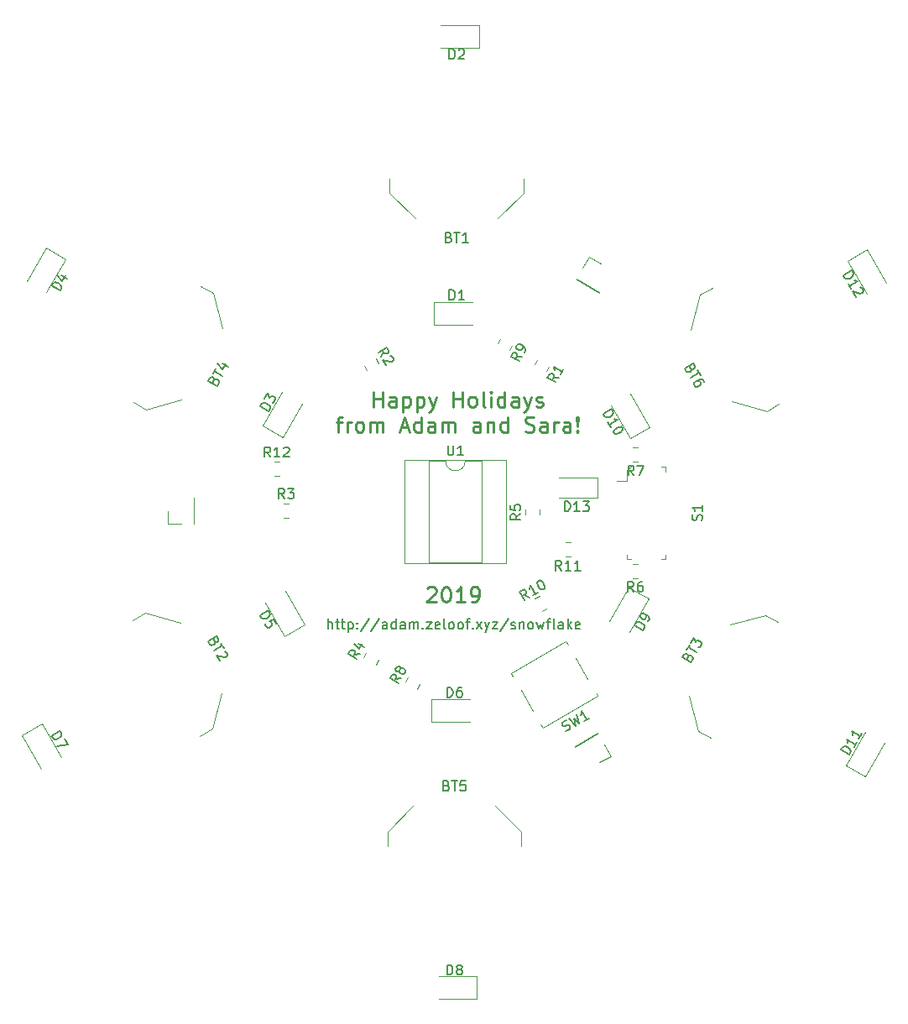
<source format=gto>
G04 #@! TF.GenerationSoftware,KiCad,Pcbnew,(5.1.0)-1*
G04 #@! TF.CreationDate,2019-12-07T09:56:38-05:00*
G04 #@! TF.ProjectId,snowflake,736e6f77-666c-4616-9b65-2e6b69636164,rev?*
G04 #@! TF.SameCoordinates,Original*
G04 #@! TF.FileFunction,Legend,Top*
G04 #@! TF.FilePolarity,Positive*
%FSLAX46Y46*%
G04 Gerber Fmt 4.6, Leading zero omitted, Abs format (unit mm)*
G04 Created by KiCad (PCBNEW (5.1.0)-1) date 2019-12-07 09:56:38*
%MOMM*%
%LPD*%
G04 APERTURE LIST*
%ADD10C,0.150000*%
%ADD11C,0.254000*%
%ADD12C,0.120000*%
%ADD13C,0.100000*%
G04 APERTURE END LIST*
D10*
X135696323Y-133903980D02*
X135696323Y-132903980D01*
X136124895Y-133903980D02*
X136124895Y-133380171D01*
X136077276Y-133284933D01*
X135982038Y-133237314D01*
X135839180Y-133237314D01*
X135743942Y-133284933D01*
X135696323Y-133332552D01*
X136458228Y-133237314D02*
X136839180Y-133237314D01*
X136601085Y-132903980D02*
X136601085Y-133761123D01*
X136648704Y-133856361D01*
X136743942Y-133903980D01*
X136839180Y-133903980D01*
X137029657Y-133237314D02*
X137410609Y-133237314D01*
X137172514Y-132903980D02*
X137172514Y-133761123D01*
X137220133Y-133856361D01*
X137315371Y-133903980D01*
X137410609Y-133903980D01*
X137743942Y-133237314D02*
X137743942Y-134237314D01*
X137743942Y-133284933D02*
X137839180Y-133237314D01*
X138029657Y-133237314D01*
X138124895Y-133284933D01*
X138172514Y-133332552D01*
X138220133Y-133427790D01*
X138220133Y-133713504D01*
X138172514Y-133808742D01*
X138124895Y-133856361D01*
X138029657Y-133903980D01*
X137839180Y-133903980D01*
X137743942Y-133856361D01*
X138648704Y-133808742D02*
X138696323Y-133856361D01*
X138648704Y-133903980D01*
X138601085Y-133856361D01*
X138648704Y-133808742D01*
X138648704Y-133903980D01*
X138648704Y-133284933D02*
X138696323Y-133332552D01*
X138648704Y-133380171D01*
X138601085Y-133332552D01*
X138648704Y-133284933D01*
X138648704Y-133380171D01*
X139839180Y-132856361D02*
X138982038Y-134142076D01*
X140886800Y-132856361D02*
X140029657Y-134142076D01*
X141648704Y-133903980D02*
X141648704Y-133380171D01*
X141601085Y-133284933D01*
X141505847Y-133237314D01*
X141315371Y-133237314D01*
X141220133Y-133284933D01*
X141648704Y-133856361D02*
X141553466Y-133903980D01*
X141315371Y-133903980D01*
X141220133Y-133856361D01*
X141172514Y-133761123D01*
X141172514Y-133665885D01*
X141220133Y-133570647D01*
X141315371Y-133523028D01*
X141553466Y-133523028D01*
X141648704Y-133475409D01*
X142553466Y-133903980D02*
X142553466Y-132903980D01*
X142553466Y-133856361D02*
X142458228Y-133903980D01*
X142267752Y-133903980D01*
X142172514Y-133856361D01*
X142124895Y-133808742D01*
X142077276Y-133713504D01*
X142077276Y-133427790D01*
X142124895Y-133332552D01*
X142172514Y-133284933D01*
X142267752Y-133237314D01*
X142458228Y-133237314D01*
X142553466Y-133284933D01*
X143458228Y-133903980D02*
X143458228Y-133380171D01*
X143410609Y-133284933D01*
X143315371Y-133237314D01*
X143124895Y-133237314D01*
X143029657Y-133284933D01*
X143458228Y-133856361D02*
X143362990Y-133903980D01*
X143124895Y-133903980D01*
X143029657Y-133856361D01*
X142982038Y-133761123D01*
X142982038Y-133665885D01*
X143029657Y-133570647D01*
X143124895Y-133523028D01*
X143362990Y-133523028D01*
X143458228Y-133475409D01*
X143934419Y-133903980D02*
X143934419Y-133237314D01*
X143934419Y-133332552D02*
X143982038Y-133284933D01*
X144077276Y-133237314D01*
X144220133Y-133237314D01*
X144315371Y-133284933D01*
X144362990Y-133380171D01*
X144362990Y-133903980D01*
X144362990Y-133380171D02*
X144410609Y-133284933D01*
X144505847Y-133237314D01*
X144648704Y-133237314D01*
X144743942Y-133284933D01*
X144791561Y-133380171D01*
X144791561Y-133903980D01*
X145267752Y-133808742D02*
X145315371Y-133856361D01*
X145267752Y-133903980D01*
X145220133Y-133856361D01*
X145267752Y-133808742D01*
X145267752Y-133903980D01*
X145648704Y-133237314D02*
X146172514Y-133237314D01*
X145648704Y-133903980D01*
X146172514Y-133903980D01*
X146934419Y-133856361D02*
X146839180Y-133903980D01*
X146648704Y-133903980D01*
X146553466Y-133856361D01*
X146505847Y-133761123D01*
X146505847Y-133380171D01*
X146553466Y-133284933D01*
X146648704Y-133237314D01*
X146839180Y-133237314D01*
X146934419Y-133284933D01*
X146982038Y-133380171D01*
X146982038Y-133475409D01*
X146505847Y-133570647D01*
X147553466Y-133903980D02*
X147458228Y-133856361D01*
X147410609Y-133761123D01*
X147410609Y-132903980D01*
X148077276Y-133903980D02*
X147982038Y-133856361D01*
X147934419Y-133808742D01*
X147886800Y-133713504D01*
X147886800Y-133427790D01*
X147934419Y-133332552D01*
X147982038Y-133284933D01*
X148077276Y-133237314D01*
X148220133Y-133237314D01*
X148315371Y-133284933D01*
X148362990Y-133332552D01*
X148410609Y-133427790D01*
X148410609Y-133713504D01*
X148362990Y-133808742D01*
X148315371Y-133856361D01*
X148220133Y-133903980D01*
X148077276Y-133903980D01*
X148982038Y-133903980D02*
X148886800Y-133856361D01*
X148839180Y-133808742D01*
X148791561Y-133713504D01*
X148791561Y-133427790D01*
X148839180Y-133332552D01*
X148886800Y-133284933D01*
X148982038Y-133237314D01*
X149124895Y-133237314D01*
X149220133Y-133284933D01*
X149267752Y-133332552D01*
X149315371Y-133427790D01*
X149315371Y-133713504D01*
X149267752Y-133808742D01*
X149220133Y-133856361D01*
X149124895Y-133903980D01*
X148982038Y-133903980D01*
X149601085Y-133237314D02*
X149982038Y-133237314D01*
X149743942Y-133903980D02*
X149743942Y-133046838D01*
X149791561Y-132951600D01*
X149886800Y-132903980D01*
X149982038Y-132903980D01*
X150315371Y-133808742D02*
X150362990Y-133856361D01*
X150315371Y-133903980D01*
X150267752Y-133856361D01*
X150315371Y-133808742D01*
X150315371Y-133903980D01*
X150696323Y-133903980D02*
X151220133Y-133237314D01*
X150696323Y-133237314D02*
X151220133Y-133903980D01*
X151505847Y-133237314D02*
X151743942Y-133903980D01*
X151982038Y-133237314D02*
X151743942Y-133903980D01*
X151648704Y-134142076D01*
X151601085Y-134189695D01*
X151505847Y-134237314D01*
X152267752Y-133237314D02*
X152791561Y-133237314D01*
X152267752Y-133903980D01*
X152791561Y-133903980D01*
X153886800Y-132856361D02*
X153029657Y-134142076D01*
X154172514Y-133856361D02*
X154267752Y-133903980D01*
X154458228Y-133903980D01*
X154553466Y-133856361D01*
X154601085Y-133761123D01*
X154601085Y-133713504D01*
X154553466Y-133618266D01*
X154458228Y-133570647D01*
X154315371Y-133570647D01*
X154220133Y-133523028D01*
X154172514Y-133427790D01*
X154172514Y-133380171D01*
X154220133Y-133284933D01*
X154315371Y-133237314D01*
X154458228Y-133237314D01*
X154553466Y-133284933D01*
X155029657Y-133237314D02*
X155029657Y-133903980D01*
X155029657Y-133332552D02*
X155077276Y-133284933D01*
X155172514Y-133237314D01*
X155315371Y-133237314D01*
X155410609Y-133284933D01*
X155458228Y-133380171D01*
X155458228Y-133903980D01*
X156077276Y-133903980D02*
X155982038Y-133856361D01*
X155934419Y-133808742D01*
X155886800Y-133713504D01*
X155886800Y-133427790D01*
X155934419Y-133332552D01*
X155982038Y-133284933D01*
X156077276Y-133237314D01*
X156220133Y-133237314D01*
X156315371Y-133284933D01*
X156362990Y-133332552D01*
X156410609Y-133427790D01*
X156410609Y-133713504D01*
X156362990Y-133808742D01*
X156315371Y-133856361D01*
X156220133Y-133903980D01*
X156077276Y-133903980D01*
X156743942Y-133237314D02*
X156934419Y-133903980D01*
X157124895Y-133427790D01*
X157315371Y-133903980D01*
X157505847Y-133237314D01*
X157743942Y-133237314D02*
X158124895Y-133237314D01*
X157886800Y-133903980D02*
X157886800Y-133046838D01*
X157934419Y-132951600D01*
X158029657Y-132903980D01*
X158124895Y-132903980D01*
X158601085Y-133903980D02*
X158505847Y-133856361D01*
X158458228Y-133761123D01*
X158458228Y-132903980D01*
X159410609Y-133903980D02*
X159410609Y-133380171D01*
X159362990Y-133284933D01*
X159267752Y-133237314D01*
X159077276Y-133237314D01*
X158982038Y-133284933D01*
X159410609Y-133856361D02*
X159315371Y-133903980D01*
X159077276Y-133903980D01*
X158982038Y-133856361D01*
X158934419Y-133761123D01*
X158934419Y-133665885D01*
X158982038Y-133570647D01*
X159077276Y-133523028D01*
X159315371Y-133523028D01*
X159410609Y-133475409D01*
X159886800Y-133903980D02*
X159886800Y-132903980D01*
X159982038Y-133523028D02*
X160267752Y-133903980D01*
X160267752Y-133237314D02*
X159886800Y-133618266D01*
X161077276Y-133856361D02*
X160982038Y-133903980D01*
X160791561Y-133903980D01*
X160696323Y-133856361D01*
X160648704Y-133761123D01*
X160648704Y-133380171D01*
X160696323Y-133284933D01*
X160791561Y-133237314D01*
X160982038Y-133237314D01*
X161077276Y-133284933D01*
X161124895Y-133380171D01*
X161124895Y-133475409D01*
X160648704Y-133570647D01*
D11*
X145723428Y-129815771D02*
X145796000Y-129743200D01*
X145941142Y-129670628D01*
X146304000Y-129670628D01*
X146449142Y-129743200D01*
X146521714Y-129815771D01*
X146594285Y-129960914D01*
X146594285Y-130106057D01*
X146521714Y-130323771D01*
X145650857Y-131194628D01*
X146594285Y-131194628D01*
X147537714Y-129670628D02*
X147682857Y-129670628D01*
X147828000Y-129743200D01*
X147900571Y-129815771D01*
X147973142Y-129960914D01*
X148045714Y-130251200D01*
X148045714Y-130614057D01*
X147973142Y-130904342D01*
X147900571Y-131049485D01*
X147828000Y-131122057D01*
X147682857Y-131194628D01*
X147537714Y-131194628D01*
X147392571Y-131122057D01*
X147320000Y-131049485D01*
X147247428Y-130904342D01*
X147174857Y-130614057D01*
X147174857Y-130251200D01*
X147247428Y-129960914D01*
X147320000Y-129815771D01*
X147392571Y-129743200D01*
X147537714Y-129670628D01*
X149497142Y-131194628D02*
X148626285Y-131194628D01*
X149061714Y-131194628D02*
X149061714Y-129670628D01*
X148916571Y-129888342D01*
X148771428Y-130033485D01*
X148626285Y-130106057D01*
X150222857Y-131194628D02*
X150513142Y-131194628D01*
X150658285Y-131122057D01*
X150730857Y-131049485D01*
X150876000Y-130831771D01*
X150948571Y-130541485D01*
X150948571Y-129960914D01*
X150876000Y-129815771D01*
X150803428Y-129743200D01*
X150658285Y-129670628D01*
X150368000Y-129670628D01*
X150222857Y-129743200D01*
X150150285Y-129815771D01*
X150077714Y-129960914D01*
X150077714Y-130323771D01*
X150150285Y-130468914D01*
X150222857Y-130541485D01*
X150368000Y-130614057D01*
X150658285Y-130614057D01*
X150803428Y-130541485D01*
X150876000Y-130468914D01*
X150948571Y-130323771D01*
X140307682Y-111489700D02*
X140307682Y-109965700D01*
X140307682Y-110691414D02*
X141178540Y-110691414D01*
X141178540Y-111489700D02*
X141178540Y-109965700D01*
X142557397Y-111489700D02*
X142557397Y-110691414D01*
X142484825Y-110546272D01*
X142339682Y-110473700D01*
X142049397Y-110473700D01*
X141904254Y-110546272D01*
X142557397Y-111417129D02*
X142412254Y-111489700D01*
X142049397Y-111489700D01*
X141904254Y-111417129D01*
X141831682Y-111271986D01*
X141831682Y-111126843D01*
X141904254Y-110981700D01*
X142049397Y-110909129D01*
X142412254Y-110909129D01*
X142557397Y-110836557D01*
X143283111Y-110473700D02*
X143283111Y-111997700D01*
X143283111Y-110546272D02*
X143428254Y-110473700D01*
X143718540Y-110473700D01*
X143863682Y-110546272D01*
X143936254Y-110618843D01*
X144008825Y-110763986D01*
X144008825Y-111199414D01*
X143936254Y-111344557D01*
X143863682Y-111417129D01*
X143718540Y-111489700D01*
X143428254Y-111489700D01*
X143283111Y-111417129D01*
X144661968Y-110473700D02*
X144661968Y-111997700D01*
X144661968Y-110546272D02*
X144807111Y-110473700D01*
X145097397Y-110473700D01*
X145242540Y-110546272D01*
X145315111Y-110618843D01*
X145387682Y-110763986D01*
X145387682Y-111199414D01*
X145315111Y-111344557D01*
X145242540Y-111417129D01*
X145097397Y-111489700D01*
X144807111Y-111489700D01*
X144661968Y-111417129D01*
X145895682Y-110473700D02*
X146258540Y-111489700D01*
X146621397Y-110473700D02*
X146258540Y-111489700D01*
X146113397Y-111852557D01*
X146040825Y-111925129D01*
X145895682Y-111997700D01*
X148363111Y-111489700D02*
X148363111Y-109965700D01*
X148363111Y-110691414D02*
X149233968Y-110691414D01*
X149233968Y-111489700D02*
X149233968Y-109965700D01*
X150177397Y-111489700D02*
X150032254Y-111417129D01*
X149959682Y-111344557D01*
X149887111Y-111199414D01*
X149887111Y-110763986D01*
X149959682Y-110618843D01*
X150032254Y-110546272D01*
X150177397Y-110473700D01*
X150395111Y-110473700D01*
X150540254Y-110546272D01*
X150612825Y-110618843D01*
X150685397Y-110763986D01*
X150685397Y-111199414D01*
X150612825Y-111344557D01*
X150540254Y-111417129D01*
X150395111Y-111489700D01*
X150177397Y-111489700D01*
X151556254Y-111489700D02*
X151411111Y-111417129D01*
X151338540Y-111271986D01*
X151338540Y-109965700D01*
X152136825Y-111489700D02*
X152136825Y-110473700D01*
X152136825Y-109965700D02*
X152064254Y-110038272D01*
X152136825Y-110110843D01*
X152209397Y-110038272D01*
X152136825Y-109965700D01*
X152136825Y-110110843D01*
X153515682Y-111489700D02*
X153515682Y-109965700D01*
X153515682Y-111417129D02*
X153370540Y-111489700D01*
X153080254Y-111489700D01*
X152935111Y-111417129D01*
X152862540Y-111344557D01*
X152789968Y-111199414D01*
X152789968Y-110763986D01*
X152862540Y-110618843D01*
X152935111Y-110546272D01*
X153080254Y-110473700D01*
X153370540Y-110473700D01*
X153515682Y-110546272D01*
X154894540Y-111489700D02*
X154894540Y-110691414D01*
X154821968Y-110546272D01*
X154676825Y-110473700D01*
X154386540Y-110473700D01*
X154241397Y-110546272D01*
X154894540Y-111417129D02*
X154749397Y-111489700D01*
X154386540Y-111489700D01*
X154241397Y-111417129D01*
X154168825Y-111271986D01*
X154168825Y-111126843D01*
X154241397Y-110981700D01*
X154386540Y-110909129D01*
X154749397Y-110909129D01*
X154894540Y-110836557D01*
X155475111Y-110473700D02*
X155837968Y-111489700D01*
X156200825Y-110473700D02*
X155837968Y-111489700D01*
X155692825Y-111852557D01*
X155620254Y-111925129D01*
X155475111Y-111997700D01*
X156708825Y-111417129D02*
X156853968Y-111489700D01*
X157144254Y-111489700D01*
X157289397Y-111417129D01*
X157361968Y-111271986D01*
X157361968Y-111199414D01*
X157289397Y-111054272D01*
X157144254Y-110981700D01*
X156926540Y-110981700D01*
X156781397Y-110909129D01*
X156708825Y-110763986D01*
X156708825Y-110691414D01*
X156781397Y-110546272D01*
X156926540Y-110473700D01*
X157144254Y-110473700D01*
X157289397Y-110546272D01*
X136533968Y-113013700D02*
X137114540Y-113013700D01*
X136751682Y-114029700D02*
X136751682Y-112723414D01*
X136824254Y-112578272D01*
X136969397Y-112505700D01*
X137114540Y-112505700D01*
X137622540Y-114029700D02*
X137622540Y-113013700D01*
X137622540Y-113303986D02*
X137695111Y-113158843D01*
X137767682Y-113086272D01*
X137912825Y-113013700D01*
X138057968Y-113013700D01*
X138783682Y-114029700D02*
X138638540Y-113957129D01*
X138565968Y-113884557D01*
X138493397Y-113739414D01*
X138493397Y-113303986D01*
X138565968Y-113158843D01*
X138638540Y-113086272D01*
X138783682Y-113013700D01*
X139001397Y-113013700D01*
X139146540Y-113086272D01*
X139219111Y-113158843D01*
X139291682Y-113303986D01*
X139291682Y-113739414D01*
X139219111Y-113884557D01*
X139146540Y-113957129D01*
X139001397Y-114029700D01*
X138783682Y-114029700D01*
X139944825Y-114029700D02*
X139944825Y-113013700D01*
X139944825Y-113158843D02*
X140017397Y-113086272D01*
X140162540Y-113013700D01*
X140380254Y-113013700D01*
X140525397Y-113086272D01*
X140597968Y-113231414D01*
X140597968Y-114029700D01*
X140597968Y-113231414D02*
X140670540Y-113086272D01*
X140815682Y-113013700D01*
X141033397Y-113013700D01*
X141178540Y-113086272D01*
X141251111Y-113231414D01*
X141251111Y-114029700D01*
X143065397Y-113594272D02*
X143791111Y-113594272D01*
X142920254Y-114029700D02*
X143428254Y-112505700D01*
X143936254Y-114029700D01*
X145097397Y-114029700D02*
X145097397Y-112505700D01*
X145097397Y-113957129D02*
X144952254Y-114029700D01*
X144661968Y-114029700D01*
X144516825Y-113957129D01*
X144444254Y-113884557D01*
X144371682Y-113739414D01*
X144371682Y-113303986D01*
X144444254Y-113158843D01*
X144516825Y-113086272D01*
X144661968Y-113013700D01*
X144952254Y-113013700D01*
X145097397Y-113086272D01*
X146476254Y-114029700D02*
X146476254Y-113231414D01*
X146403682Y-113086272D01*
X146258540Y-113013700D01*
X145968254Y-113013700D01*
X145823111Y-113086272D01*
X146476254Y-113957129D02*
X146331111Y-114029700D01*
X145968254Y-114029700D01*
X145823111Y-113957129D01*
X145750540Y-113811986D01*
X145750540Y-113666843D01*
X145823111Y-113521700D01*
X145968254Y-113449129D01*
X146331111Y-113449129D01*
X146476254Y-113376557D01*
X147201968Y-114029700D02*
X147201968Y-113013700D01*
X147201968Y-113158843D02*
X147274540Y-113086272D01*
X147419682Y-113013700D01*
X147637397Y-113013700D01*
X147782540Y-113086272D01*
X147855111Y-113231414D01*
X147855111Y-114029700D01*
X147855111Y-113231414D02*
X147927682Y-113086272D01*
X148072825Y-113013700D01*
X148290540Y-113013700D01*
X148435682Y-113086272D01*
X148508254Y-113231414D01*
X148508254Y-114029700D01*
X151048254Y-114029700D02*
X151048254Y-113231414D01*
X150975682Y-113086272D01*
X150830540Y-113013700D01*
X150540254Y-113013700D01*
X150395111Y-113086272D01*
X151048254Y-113957129D02*
X150903111Y-114029700D01*
X150540254Y-114029700D01*
X150395111Y-113957129D01*
X150322540Y-113811986D01*
X150322540Y-113666843D01*
X150395111Y-113521700D01*
X150540254Y-113449129D01*
X150903111Y-113449129D01*
X151048254Y-113376557D01*
X151773968Y-113013700D02*
X151773968Y-114029700D01*
X151773968Y-113158843D02*
X151846540Y-113086272D01*
X151991682Y-113013700D01*
X152209397Y-113013700D01*
X152354540Y-113086272D01*
X152427111Y-113231414D01*
X152427111Y-114029700D01*
X153805968Y-114029700D02*
X153805968Y-112505700D01*
X153805968Y-113957129D02*
X153660825Y-114029700D01*
X153370540Y-114029700D01*
X153225397Y-113957129D01*
X153152825Y-113884557D01*
X153080254Y-113739414D01*
X153080254Y-113303986D01*
X153152825Y-113158843D01*
X153225397Y-113086272D01*
X153370540Y-113013700D01*
X153660825Y-113013700D01*
X153805968Y-113086272D01*
X155620254Y-113957129D02*
X155837968Y-114029700D01*
X156200825Y-114029700D01*
X156345968Y-113957129D01*
X156418540Y-113884557D01*
X156491111Y-113739414D01*
X156491111Y-113594272D01*
X156418540Y-113449129D01*
X156345968Y-113376557D01*
X156200825Y-113303986D01*
X155910540Y-113231414D01*
X155765397Y-113158843D01*
X155692825Y-113086272D01*
X155620254Y-112941129D01*
X155620254Y-112795986D01*
X155692825Y-112650843D01*
X155765397Y-112578272D01*
X155910540Y-112505700D01*
X156273397Y-112505700D01*
X156491111Y-112578272D01*
X157797397Y-114029700D02*
X157797397Y-113231414D01*
X157724825Y-113086272D01*
X157579682Y-113013700D01*
X157289397Y-113013700D01*
X157144254Y-113086272D01*
X157797397Y-113957129D02*
X157652254Y-114029700D01*
X157289397Y-114029700D01*
X157144254Y-113957129D01*
X157071682Y-113811986D01*
X157071682Y-113666843D01*
X157144254Y-113521700D01*
X157289397Y-113449129D01*
X157652254Y-113449129D01*
X157797397Y-113376557D01*
X158523111Y-114029700D02*
X158523111Y-113013700D01*
X158523111Y-113303986D02*
X158595682Y-113158843D01*
X158668254Y-113086272D01*
X158813397Y-113013700D01*
X158958539Y-113013700D01*
X160119682Y-114029700D02*
X160119682Y-113231414D01*
X160047111Y-113086272D01*
X159901968Y-113013700D01*
X159611682Y-113013700D01*
X159466539Y-113086272D01*
X160119682Y-113957129D02*
X159974539Y-114029700D01*
X159611682Y-114029700D01*
X159466539Y-113957129D01*
X159393968Y-113811986D01*
X159393968Y-113666843D01*
X159466539Y-113521700D01*
X159611682Y-113449129D01*
X159974539Y-113449129D01*
X160119682Y-113376557D01*
X160845397Y-113884557D02*
X160917968Y-113957129D01*
X160845397Y-114029700D01*
X160772825Y-113957129D01*
X160845397Y-113884557D01*
X160845397Y-114029700D01*
X160845397Y-113449129D02*
X160772825Y-112578272D01*
X160845397Y-112505700D01*
X160917968Y-112578272D01*
X160845397Y-113449129D01*
X160845397Y-112505700D01*
D12*
X115999370Y-133025586D02*
X117255107Y-132300586D01*
X117255107Y-132300586D02*
X120806773Y-133252252D01*
X124956773Y-140440262D02*
X124005107Y-143991928D01*
X124005107Y-143991928D02*
X122749370Y-144716928D01*
X117358330Y-111748397D02*
X116102593Y-111023397D01*
X120909996Y-110796731D02*
X117358330Y-111748397D01*
X124108330Y-100057055D02*
X125059996Y-103608721D01*
X122852593Y-99332055D02*
X124108330Y-100057055D01*
X155423060Y-88464980D02*
X155423060Y-89914980D01*
X155423060Y-89914980D02*
X152823060Y-92514980D01*
X144523060Y-92514980D02*
X141923060Y-89914980D01*
X141923060Y-89914980D02*
X141923060Y-88464980D01*
X173209484Y-100226599D02*
X174465221Y-99501599D01*
X172257818Y-103778265D02*
X173209484Y-100226599D01*
X179959484Y-111917941D02*
X176407818Y-110966275D01*
X181215221Y-111192941D02*
X179959484Y-111917941D01*
X174304864Y-144925633D02*
X173049127Y-144200633D01*
X173049127Y-144200633D02*
X172097461Y-140648967D01*
X176247461Y-133460957D02*
X179799127Y-132509291D01*
X179799127Y-132509291D02*
X181054864Y-133234291D01*
X141697085Y-155787408D02*
X141697085Y-154337408D01*
X141697085Y-154337408D02*
X144297085Y-151737408D01*
X152597085Y-151737408D02*
X155197085Y-154337408D01*
X155197085Y-154337408D02*
X155197085Y-155787408D01*
X162855000Y-120684800D02*
X159005000Y-120684800D01*
X162855000Y-118684800D02*
X159005000Y-118684800D01*
X162855000Y-120684800D02*
X162855000Y-118684800D01*
X162061267Y-96360966D02*
X163213081Y-97025966D01*
X161396267Y-97512780D02*
X162061267Y-96360966D01*
X160761267Y-98612632D02*
X163064895Y-99942632D01*
X163064895Y-99942632D02*
X163034895Y-99994594D01*
X160761267Y-98612632D02*
X160731267Y-98664594D01*
X160731267Y-98664594D02*
X163034895Y-99994594D01*
X130271481Y-117049770D02*
X130788637Y-117049770D01*
X130271481Y-118469770D02*
X130788637Y-118469770D01*
X162877527Y-144418450D02*
X160573899Y-145748450D01*
X162907527Y-144470412D02*
X162877527Y-144418450D01*
X160603899Y-145800412D02*
X160573899Y-145748450D01*
X162907527Y-144470412D02*
X160603899Y-145800412D01*
X163542527Y-145570264D02*
X164207527Y-146722078D01*
X164207527Y-146722078D02*
X163055713Y-147387078D01*
X122203012Y-123339466D02*
X122203012Y-120679466D01*
X122143012Y-123339466D02*
X122203012Y-123339466D01*
X122143012Y-120679466D02*
X122203012Y-120679466D01*
X122143012Y-123339466D02*
X122143012Y-120679466D01*
X120873012Y-123339466D02*
X119543012Y-123339466D01*
X119543012Y-123339466D02*
X119543012Y-122009466D01*
X160149000Y-126611525D02*
X159631844Y-126611525D01*
X160149000Y-125191525D02*
X159631844Y-125191525D01*
X157724349Y-131843425D02*
X157276479Y-132102003D01*
X157014349Y-130613669D02*
X156566479Y-130872247D01*
X154290035Y-105350687D02*
X154031457Y-105798557D01*
X153060279Y-104640687D02*
X152801701Y-105088557D01*
X143472224Y-139230422D02*
X143730802Y-138782552D01*
X144701980Y-139940422D02*
X144960558Y-139492552D01*
X166990341Y-117024919D02*
X166473185Y-117024919D01*
X166990341Y-115604919D02*
X166473185Y-115604919D01*
X166956961Y-128766735D02*
X166439805Y-128766735D01*
X166956961Y-127346735D02*
X166439805Y-127346735D01*
X133297441Y-133474724D02*
X131354941Y-130110215D01*
X131331563Y-134609724D02*
X133297441Y-133474724D01*
X129389063Y-131245215D02*
X131331563Y-134609724D01*
X104848308Y-144619393D02*
X106790808Y-147983902D01*
X106814186Y-143484393D02*
X104848308Y-144619393D01*
X108756686Y-146848902D02*
X106814186Y-143484393D01*
X146165083Y-143301417D02*
X150050083Y-143301417D01*
X146165083Y-141031417D02*
X146165083Y-143301417D01*
X150050083Y-141031417D02*
X146165083Y-141031417D01*
X150732075Y-168971415D02*
X146847075Y-168971415D01*
X150732075Y-171241415D02*
X150732075Y-168971415D01*
X146847075Y-171241415D02*
X150732075Y-171241415D01*
X107236538Y-95471855D02*
X105294038Y-98836364D01*
X109202416Y-96606855D02*
X107236538Y-95471855D01*
X107259916Y-99971364D02*
X109202416Y-96606855D01*
X131112666Y-114537185D02*
X133055166Y-111172676D01*
X129146788Y-113402185D02*
X131112666Y-114537185D01*
X131089288Y-110037676D02*
X129146788Y-113402185D01*
X189920923Y-148785836D02*
X191863423Y-145421327D01*
X187955045Y-147650836D02*
X189920923Y-148785836D01*
X189897545Y-144286327D02*
X187955045Y-147650836D01*
X166044793Y-129720501D02*
X164102293Y-133085010D01*
X168010671Y-130855501D02*
X166044793Y-129720501D01*
X166068171Y-134220010D02*
X168010671Y-130855501D01*
X164259651Y-111337033D02*
X166202151Y-114701542D01*
X166202151Y-114701542D02*
X168168029Y-113566542D01*
X168168029Y-113566542D02*
X166225529Y-110202033D01*
X192023779Y-99005912D02*
X190081279Y-95641403D01*
X190081279Y-95641403D02*
X188115401Y-96776403D01*
X188115401Y-96776403D02*
X190057901Y-100140912D01*
X150270063Y-100950972D02*
X146385063Y-100950972D01*
X146385063Y-100950972D02*
X146385063Y-103220972D01*
X146385063Y-103220972D02*
X150270063Y-103220972D01*
X157152460Y-143535911D02*
X157357460Y-143890982D01*
X157357460Y-143890982D02*
X162917344Y-140680982D01*
X162917344Y-140680982D02*
X162777344Y-140438494D01*
X161912344Y-138940270D02*
X160712344Y-136861810D01*
X159912344Y-135476169D02*
X159707344Y-135121098D01*
X159707344Y-135121098D02*
X154147460Y-138331098D01*
X154147460Y-138331098D02*
X154352460Y-138686169D01*
X155152460Y-140071810D02*
X156352460Y-142150270D01*
X155601304Y-122406325D02*
X155601304Y-121889169D01*
X157021304Y-122406325D02*
X157021304Y-121889169D01*
X149552224Y-116945506D02*
G75*
G02X147552224Y-116945506I-1000000J0D01*
G01*
X147552224Y-116945506D02*
X145902224Y-116945506D01*
X145902224Y-116945506D02*
X145902224Y-127225506D01*
X145902224Y-127225506D02*
X151202224Y-127225506D01*
X151202224Y-127225506D02*
X151202224Y-116945506D01*
X151202224Y-116945506D02*
X149552224Y-116945506D01*
X143412224Y-116885506D02*
X143412224Y-127285506D01*
X143412224Y-127285506D02*
X153692224Y-127285506D01*
X153692224Y-127285506D02*
X153692224Y-116885506D01*
X153692224Y-116885506D02*
X143412224Y-116885506D01*
D13*
X166238780Y-117568213D02*
X165863780Y-117918213D01*
X165863780Y-117918213D02*
X165863780Y-119018213D01*
X165863780Y-119018213D02*
X164813780Y-119018213D01*
X169713780Y-118043213D02*
X169713780Y-117568213D01*
X169713780Y-117568213D02*
X169313780Y-117568213D01*
X166238780Y-126818213D02*
X165863780Y-126818213D01*
X165863780Y-126818213D02*
X165863780Y-126468213D01*
X169713780Y-126418213D02*
X169713780Y-126818213D01*
X169713780Y-126818213D02*
X169338780Y-126818213D01*
D12*
X140512707Y-137481153D02*
X140771285Y-137033283D01*
X139282951Y-136771153D02*
X139541529Y-136323283D01*
X131207278Y-121247704D02*
X131724434Y-121247704D01*
X131207278Y-122667704D02*
X131724434Y-122667704D01*
X140569339Y-106645244D02*
X140827917Y-107093114D01*
X139339583Y-107355244D02*
X139598161Y-107803114D01*
X157988172Y-107466762D02*
X157729594Y-107914632D01*
X156758416Y-106756762D02*
X156499838Y-107204632D01*
X147073060Y-75280978D02*
X150958060Y-75280978D01*
X150958060Y-75280978D02*
X150958060Y-73010978D01*
X150958060Y-73010978D02*
X147073060Y-73010978D01*
D10*
X124239523Y-135155094D02*
X124269713Y-135302621D01*
X124252283Y-135367670D01*
X124193614Y-135456528D01*
X124069896Y-135527957D01*
X123963608Y-135534337D01*
X123898559Y-135516907D01*
X123809700Y-135458238D01*
X123619224Y-135128323D01*
X124485250Y-134628323D01*
X124651916Y-134916998D01*
X124658296Y-135023287D01*
X124640866Y-135088335D01*
X124582197Y-135177194D01*
X124499719Y-135224813D01*
X124393430Y-135231193D01*
X124328382Y-135213763D01*
X124239523Y-135155094D01*
X124072857Y-134866419D01*
X124913821Y-135370631D02*
X125199535Y-135865502D01*
X124190653Y-136118067D02*
X125056678Y-135618067D01*
X125259914Y-136160557D02*
X125324963Y-136177987D01*
X125413821Y-136236656D01*
X125532869Y-136442853D01*
X125539248Y-136549141D01*
X125521819Y-136614190D01*
X125463150Y-136703048D01*
X125380671Y-136750667D01*
X125233144Y-136780856D01*
X124452558Y-136571699D01*
X124762081Y-137107810D01*
X124219028Y-108822460D02*
X124331696Y-108722551D01*
X124396745Y-108705122D01*
X124503033Y-108711501D01*
X124626751Y-108782930D01*
X124685420Y-108871788D01*
X124702850Y-108936837D01*
X124696470Y-109043125D01*
X124505994Y-109373040D01*
X123639969Y-108873040D01*
X123806635Y-108584365D01*
X123895494Y-108525695D01*
X123960543Y-108508266D01*
X124066831Y-108514645D01*
X124149309Y-108562264D01*
X124207978Y-108651123D01*
X124225408Y-108716172D01*
X124219028Y-108822460D01*
X124052362Y-109111135D01*
X124068540Y-108130732D02*
X124354254Y-107635860D01*
X125077423Y-108383296D02*
X124211397Y-107883296D01*
X125023882Y-107142698D02*
X125601232Y-107476032D01*
X124574920Y-107158419D02*
X125074462Y-107721758D01*
X125383986Y-107185647D01*
X147887345Y-94393551D02*
X148030202Y-94441170D01*
X148077821Y-94488789D01*
X148125440Y-94584027D01*
X148125440Y-94726884D01*
X148077821Y-94822122D01*
X148030202Y-94869741D01*
X147934964Y-94917360D01*
X147554012Y-94917360D01*
X147554012Y-93917360D01*
X147887345Y-93917360D01*
X147982583Y-93964980D01*
X148030202Y-94012599D01*
X148077821Y-94107837D01*
X148077821Y-94203075D01*
X148030202Y-94298313D01*
X147982583Y-94345932D01*
X147887345Y-94393551D01*
X147554012Y-94393551D01*
X148411155Y-93917360D02*
X148982583Y-93917360D01*
X148696869Y-94917360D02*
X148696869Y-93917360D01*
X149839726Y-94917360D02*
X149268298Y-94917360D01*
X149554012Y-94917360D02*
X149554012Y-93917360D01*
X149458774Y-94060218D01*
X149363536Y-94155456D01*
X149268298Y-94203075D01*
X172313070Y-107631107D02*
X172343260Y-107778634D01*
X172325830Y-107843683D01*
X172267161Y-107932541D01*
X172143443Y-108003970D01*
X172037155Y-108010350D01*
X171972106Y-107992920D01*
X171883247Y-107934251D01*
X171692771Y-107604336D01*
X172558797Y-107104336D01*
X172725463Y-107393011D01*
X172731843Y-107499300D01*
X172714413Y-107564348D01*
X172655744Y-107653207D01*
X172573266Y-107700826D01*
X172466977Y-107707206D01*
X172401929Y-107689776D01*
X172313070Y-107631107D01*
X172146404Y-107342432D01*
X172987368Y-107846644D02*
X173273082Y-108341515D01*
X172264200Y-108594080D02*
X173130225Y-108094080D01*
X173654035Y-109001344D02*
X173558797Y-108836387D01*
X173469938Y-108777718D01*
X173404890Y-108760288D01*
X173233553Y-108749238D01*
X173044786Y-108803237D01*
X172714871Y-108993713D01*
X172656202Y-109082572D01*
X172638773Y-109147620D01*
X172645152Y-109253909D01*
X172740390Y-109418866D01*
X172829249Y-109477535D01*
X172894298Y-109494965D01*
X173000586Y-109488585D01*
X173206782Y-109369537D01*
X173265451Y-109280679D01*
X173282881Y-109215630D01*
X173276501Y-109109342D01*
X173181263Y-108944385D01*
X173092405Y-108885716D01*
X173027356Y-108868286D01*
X172921068Y-108874666D01*
X172028995Y-136724696D02*
X172141663Y-136624787D01*
X172206712Y-136607358D01*
X172313000Y-136613737D01*
X172436718Y-136685166D01*
X172495387Y-136774024D01*
X172512817Y-136839073D01*
X172506437Y-136945361D01*
X172315961Y-137275276D01*
X171449936Y-136775276D01*
X171616602Y-136486601D01*
X171705461Y-136427931D01*
X171770510Y-136410502D01*
X171876798Y-136416881D01*
X171959276Y-136464500D01*
X172017945Y-136553359D01*
X172035375Y-136618408D01*
X172028995Y-136724696D01*
X171862329Y-137013371D01*
X171878507Y-136032968D02*
X172164221Y-135538096D01*
X172887390Y-136285532D02*
X172021364Y-135785532D01*
X172283269Y-135331900D02*
X172592793Y-134795789D01*
X172756041Y-135274940D01*
X172827469Y-135151222D01*
X172916328Y-135092553D01*
X172981376Y-135075124D01*
X173087664Y-135081503D01*
X173293861Y-135200551D01*
X173352530Y-135289409D01*
X173369960Y-135354458D01*
X173363580Y-135460746D01*
X173220723Y-135708182D01*
X173131865Y-135766851D01*
X173066816Y-135784281D01*
X147661370Y-149715979D02*
X147804227Y-149763598D01*
X147851846Y-149811217D01*
X147899465Y-149906455D01*
X147899465Y-150049312D01*
X147851846Y-150144550D01*
X147804227Y-150192169D01*
X147708989Y-150239788D01*
X147328037Y-150239788D01*
X147328037Y-149239788D01*
X147661370Y-149239788D01*
X147756608Y-149287408D01*
X147804227Y-149335027D01*
X147851846Y-149430265D01*
X147851846Y-149525503D01*
X147804227Y-149620741D01*
X147756608Y-149668360D01*
X147661370Y-149715979D01*
X147328037Y-149715979D01*
X148185180Y-149239788D02*
X148756608Y-149239788D01*
X148470894Y-150239788D02*
X148470894Y-149239788D01*
X149566132Y-149239788D02*
X149089942Y-149239788D01*
X149042323Y-149715979D01*
X149089942Y-149668360D01*
X149185180Y-149620741D01*
X149423275Y-149620741D01*
X149518513Y-149668360D01*
X149566132Y-149715979D01*
X149613751Y-149811217D01*
X149613751Y-150049312D01*
X149566132Y-150144550D01*
X149518513Y-150192169D01*
X149423275Y-150239788D01*
X149185180Y-150239788D01*
X149089942Y-150192169D01*
X149042323Y-150144550D01*
X159567714Y-122042180D02*
X159567714Y-121042180D01*
X159805809Y-121042180D01*
X159948666Y-121089800D01*
X160043904Y-121185038D01*
X160091523Y-121280276D01*
X160139142Y-121470752D01*
X160139142Y-121613609D01*
X160091523Y-121804085D01*
X160043904Y-121899323D01*
X159948666Y-121994561D01*
X159805809Y-122042180D01*
X159567714Y-122042180D01*
X161091523Y-122042180D02*
X160520095Y-122042180D01*
X160805809Y-122042180D02*
X160805809Y-121042180D01*
X160710571Y-121185038D01*
X160615333Y-121280276D01*
X160520095Y-121327895D01*
X161424857Y-121042180D02*
X162043904Y-121042180D01*
X161710571Y-121423133D01*
X161853428Y-121423133D01*
X161948666Y-121470752D01*
X161996285Y-121518371D01*
X162043904Y-121613609D01*
X162043904Y-121851704D01*
X161996285Y-121946942D01*
X161948666Y-121994561D01*
X161853428Y-122042180D01*
X161567714Y-122042180D01*
X161472476Y-121994561D01*
X161424857Y-121946942D01*
X129887201Y-116562150D02*
X129553868Y-116085960D01*
X129315773Y-116562150D02*
X129315773Y-115562150D01*
X129696725Y-115562150D01*
X129791963Y-115609770D01*
X129839582Y-115657389D01*
X129887201Y-115752627D01*
X129887201Y-115895484D01*
X129839582Y-115990722D01*
X129791963Y-116038341D01*
X129696725Y-116085960D01*
X129315773Y-116085960D01*
X130839582Y-116562150D02*
X130268154Y-116562150D01*
X130553868Y-116562150D02*
X130553868Y-115562150D01*
X130458630Y-115705008D01*
X130363392Y-115800246D01*
X130268154Y-115847865D01*
X131220535Y-115657389D02*
X131268154Y-115609770D01*
X131363392Y-115562150D01*
X131601487Y-115562150D01*
X131696725Y-115609770D01*
X131744344Y-115657389D01*
X131791963Y-115752627D01*
X131791963Y-115847865D01*
X131744344Y-115990722D01*
X131172916Y-116562150D01*
X131791963Y-116562150D01*
X159247564Y-128003905D02*
X158914231Y-127527715D01*
X158676136Y-128003905D02*
X158676136Y-127003905D01*
X159057088Y-127003905D01*
X159152326Y-127051525D01*
X159199945Y-127099144D01*
X159247564Y-127194382D01*
X159247564Y-127337239D01*
X159199945Y-127432477D01*
X159152326Y-127480096D01*
X159057088Y-127527715D01*
X158676136Y-127527715D01*
X160199945Y-128003905D02*
X159628517Y-128003905D01*
X159914231Y-128003905D02*
X159914231Y-127003905D01*
X159818993Y-127146763D01*
X159723755Y-127242001D01*
X159628517Y-127289620D01*
X161152326Y-128003905D02*
X160580898Y-128003905D01*
X160866612Y-128003905D02*
X160866612Y-127003905D01*
X160771374Y-127146763D01*
X160676136Y-127242001D01*
X160580898Y-127289620D01*
X156033424Y-130717528D02*
X155506654Y-130471802D01*
X155538553Y-131003243D02*
X155038553Y-130137217D01*
X155368467Y-129946741D01*
X155474755Y-129940361D01*
X155539804Y-129957791D01*
X155628662Y-130016460D01*
X155700091Y-130140178D01*
X155706471Y-130246466D01*
X155689041Y-130311515D01*
X155630372Y-130400374D01*
X155300457Y-130590850D01*
X156858210Y-130241338D02*
X156363339Y-130527052D01*
X156610775Y-130384195D02*
X156110775Y-129518170D01*
X156099725Y-129689507D01*
X156064865Y-129819604D01*
X156006196Y-129908463D01*
X156894321Y-129065789D02*
X156976800Y-129018170D01*
X157083088Y-129011790D01*
X157148137Y-129029220D01*
X157236995Y-129087889D01*
X157373473Y-129229037D01*
X157492520Y-129435233D01*
X157546519Y-129624000D01*
X157552899Y-129730288D01*
X157535469Y-129795337D01*
X157476800Y-129884195D01*
X157394321Y-129931814D01*
X157288033Y-129938194D01*
X157222984Y-129920764D01*
X157134126Y-129862095D01*
X156997649Y-129720947D01*
X156878601Y-129514751D01*
X156824602Y-129325984D01*
X156818223Y-129219696D01*
X156835652Y-129154647D01*
X156894321Y-129065789D01*
X155283250Y-106415150D02*
X154704190Y-106465729D01*
X154997535Y-106910021D02*
X154131510Y-106410021D01*
X154321986Y-106080107D01*
X154410844Y-106021438D01*
X154475893Y-106004008D01*
X154582181Y-106010388D01*
X154705899Y-106081816D01*
X154764568Y-106170675D01*
X154781998Y-106235723D01*
X154775618Y-106342012D01*
X154585142Y-106671926D01*
X155521345Y-106002756D02*
X155616583Y-105837799D01*
X155622963Y-105731511D01*
X155605533Y-105666462D01*
X155529434Y-105512555D01*
X155388286Y-105376078D01*
X155058372Y-105185602D01*
X154952084Y-105179222D01*
X154887035Y-105196652D01*
X154798177Y-105255321D01*
X154702938Y-105420278D01*
X154696559Y-105526566D01*
X154713988Y-105591615D01*
X154772658Y-105680473D01*
X154978854Y-105799521D01*
X155085142Y-105805901D01*
X155150191Y-105788471D01*
X155239049Y-105729802D01*
X155334288Y-105564844D01*
X155340667Y-105458556D01*
X155323237Y-105393508D01*
X155264568Y-105304649D01*
X143095889Y-138907015D02*
X142516829Y-138957594D01*
X142810174Y-139401886D02*
X141944149Y-138901886D01*
X142134625Y-138571972D01*
X142223483Y-138513303D01*
X142288532Y-138495873D01*
X142394820Y-138502253D01*
X142518538Y-138573681D01*
X142577207Y-138662540D01*
X142594637Y-138727588D01*
X142588257Y-138833877D01*
X142397781Y-139163791D01*
X142886731Y-138126429D02*
X142797873Y-138185098D01*
X142732824Y-138202527D01*
X142626536Y-138196148D01*
X142585297Y-138172338D01*
X142526627Y-138083480D01*
X142509198Y-138018431D01*
X142515577Y-137912143D01*
X142610816Y-137747186D01*
X142699674Y-137688517D01*
X142764723Y-137671087D01*
X142871011Y-137677467D01*
X142912250Y-137701276D01*
X142970919Y-137790134D01*
X142988349Y-137855183D01*
X142981969Y-137961471D01*
X142886731Y-138126429D01*
X142880351Y-138232717D01*
X142897781Y-138297766D01*
X142956450Y-138386624D01*
X143121408Y-138481862D01*
X143227696Y-138488242D01*
X143292744Y-138470812D01*
X143381603Y-138412143D01*
X143476841Y-138247186D01*
X143483221Y-138140898D01*
X143465791Y-138075849D01*
X143407122Y-137986990D01*
X143242165Y-137891752D01*
X143135876Y-137885373D01*
X143070828Y-137902802D01*
X142981969Y-137961471D01*
X166565096Y-118417299D02*
X166231763Y-117941109D01*
X165993667Y-118417299D02*
X165993667Y-117417299D01*
X166374620Y-117417299D01*
X166469858Y-117464919D01*
X166517477Y-117512538D01*
X166565096Y-117607776D01*
X166565096Y-117750633D01*
X166517477Y-117845871D01*
X166469858Y-117893490D01*
X166374620Y-117941109D01*
X165993667Y-117941109D01*
X166898429Y-117417299D02*
X167565096Y-117417299D01*
X167136524Y-118417299D01*
X166531716Y-130159115D02*
X166198383Y-129682925D01*
X165960287Y-130159115D02*
X165960287Y-129159115D01*
X166341240Y-129159115D01*
X166436478Y-129206735D01*
X166484097Y-129254354D01*
X166531716Y-129349592D01*
X166531716Y-129492449D01*
X166484097Y-129587687D01*
X166436478Y-129635306D01*
X166341240Y-129682925D01*
X165960287Y-129682925D01*
X167388859Y-129159115D02*
X167198383Y-129159115D01*
X167103144Y-129206735D01*
X167055525Y-129254354D01*
X166960287Y-129397211D01*
X166912668Y-129587687D01*
X166912668Y-129968639D01*
X166960287Y-130063877D01*
X167007906Y-130111496D01*
X167103144Y-130159115D01*
X167293621Y-130159115D01*
X167388859Y-130111496D01*
X167436478Y-130063877D01*
X167484097Y-129968639D01*
X167484097Y-129730544D01*
X167436478Y-129635306D01*
X167388859Y-129587687D01*
X167293621Y-129540068D01*
X167103144Y-129540068D01*
X167007906Y-129587687D01*
X166960287Y-129635306D01*
X166912668Y-129730544D01*
X128835014Y-132560337D02*
X129701040Y-132060337D01*
X129820088Y-132266533D01*
X129850277Y-132414061D01*
X129815417Y-132544158D01*
X129756748Y-132633017D01*
X129615600Y-132769494D01*
X129491883Y-132840923D01*
X129303116Y-132894921D01*
X129196828Y-132901301D01*
X129066730Y-132866442D01*
X128954062Y-132766533D01*
X128835014Y-132560337D01*
X130439135Y-133338755D02*
X130201040Y-132926362D01*
X129764837Y-133123218D01*
X129829886Y-133140648D01*
X129918744Y-133199317D01*
X130037792Y-133405513D01*
X130044172Y-133511802D01*
X130026742Y-133576850D01*
X129968073Y-133665709D01*
X129761876Y-133784756D01*
X129655588Y-133791136D01*
X129590540Y-133773706D01*
X129501681Y-133715037D01*
X129382634Y-133508841D01*
X129376254Y-133402553D01*
X129393684Y-133337504D01*
X107789091Y-144707742D02*
X108655117Y-144207742D01*
X108774165Y-144413938D01*
X108804354Y-144561466D01*
X108769494Y-144691563D01*
X108710825Y-144780422D01*
X108569677Y-144916899D01*
X108445960Y-144988328D01*
X108257193Y-145042326D01*
X108150905Y-145048706D01*
X108020807Y-145013847D01*
X107908139Y-144913938D01*
X107789091Y-144707742D01*
X109107498Y-144991289D02*
X109440831Y-145568639D01*
X108360520Y-145697485D01*
X147711987Y-140798797D02*
X147711987Y-139798797D01*
X147950083Y-139798797D01*
X148092940Y-139846417D01*
X148188178Y-139941655D01*
X148235797Y-140036893D01*
X148283416Y-140227369D01*
X148283416Y-140370226D01*
X148235797Y-140560702D01*
X148188178Y-140655940D01*
X148092940Y-140751178D01*
X147950083Y-140798797D01*
X147711987Y-140798797D01*
X149140559Y-139798797D02*
X148950083Y-139798797D01*
X148854844Y-139846417D01*
X148807225Y-139894036D01*
X148711987Y-140036893D01*
X148664368Y-140227369D01*
X148664368Y-140608321D01*
X148711987Y-140703559D01*
X148759606Y-140751178D01*
X148854844Y-140798797D01*
X149045321Y-140798797D01*
X149140559Y-140751178D01*
X149188178Y-140703559D01*
X149235797Y-140608321D01*
X149235797Y-140370226D01*
X149188178Y-140274988D01*
X149140559Y-140227369D01*
X149045321Y-140179750D01*
X148854844Y-140179750D01*
X148759606Y-140227369D01*
X148711987Y-140274988D01*
X148664368Y-140370226D01*
X147708979Y-168803580D02*
X147708979Y-167803580D01*
X147947075Y-167803580D01*
X148089932Y-167851200D01*
X148185170Y-167946438D01*
X148232789Y-168041676D01*
X148280408Y-168232152D01*
X148280408Y-168375009D01*
X148232789Y-168565485D01*
X148185170Y-168660723D01*
X148089932Y-168755961D01*
X147947075Y-168803580D01*
X147708979Y-168803580D01*
X148851836Y-168232152D02*
X148756598Y-168184533D01*
X148708979Y-168136914D01*
X148661360Y-168041676D01*
X148661360Y-167994057D01*
X148708979Y-167898819D01*
X148756598Y-167851200D01*
X148851836Y-167803580D01*
X149042313Y-167803580D01*
X149137551Y-167851200D01*
X149185170Y-167898819D01*
X149232789Y-167994057D01*
X149232789Y-168041676D01*
X149185170Y-168136914D01*
X149137551Y-168184533D01*
X149042313Y-168232152D01*
X148851836Y-168232152D01*
X148756598Y-168279771D01*
X148708979Y-168327390D01*
X148661360Y-168422628D01*
X148661360Y-168613104D01*
X148708979Y-168708342D01*
X148756598Y-168755961D01*
X148851836Y-168803580D01*
X149042313Y-168803580D01*
X149137551Y-168755961D01*
X149185170Y-168708342D01*
X149232789Y-168613104D01*
X149232789Y-168422628D01*
X149185170Y-168327390D01*
X149137551Y-168279771D01*
X149042313Y-168232152D01*
X108675868Y-99793622D02*
X107809843Y-99293622D01*
X107928890Y-99087426D01*
X108041558Y-98987517D01*
X108171656Y-98952658D01*
X108277944Y-98959037D01*
X108466711Y-99013036D01*
X108590429Y-99084465D01*
X108731577Y-99220942D01*
X108790246Y-99309801D01*
X108825105Y-99439898D01*
X108794916Y-99587426D01*
X108675868Y-99793622D01*
X108812804Y-98223110D02*
X109390154Y-98556443D01*
X108363842Y-98238830D02*
X108863384Y-98802169D01*
X109172907Y-98266058D01*
X129718786Y-111946216D02*
X128852761Y-111446216D01*
X128971808Y-111240020D01*
X129084476Y-111140111D01*
X129214574Y-111105252D01*
X129320862Y-111111631D01*
X129509629Y-111165630D01*
X129633347Y-111237059D01*
X129774495Y-111373536D01*
X129833164Y-111462395D01*
X129868023Y-111592492D01*
X129837834Y-111740020D01*
X129718786Y-111946216D01*
X129305142Y-110662669D02*
X129614666Y-110126558D01*
X129777913Y-110605710D01*
X129849342Y-110481992D01*
X129938200Y-110423323D01*
X130003249Y-110405893D01*
X130109537Y-110412273D01*
X130315734Y-110531320D01*
X130374403Y-110620179D01*
X130391833Y-110685228D01*
X130385453Y-110791516D01*
X130242596Y-111038951D01*
X130153737Y-111097621D01*
X130088689Y-111115050D01*
X188288948Y-146607260D02*
X187422923Y-146107260D01*
X187541970Y-145901064D01*
X187654638Y-145801155D01*
X187784736Y-145766296D01*
X187891024Y-145772676D01*
X188079791Y-145826674D01*
X188203509Y-145898103D01*
X188344656Y-146034580D01*
X188403325Y-146123439D01*
X188438185Y-146253536D01*
X188407996Y-146401064D01*
X188288948Y-146607260D01*
X189050853Y-145287602D02*
X188765139Y-145782474D01*
X188907996Y-145535038D02*
X188041970Y-145035038D01*
X188118069Y-145188946D01*
X188152929Y-145319043D01*
X188146549Y-145425331D01*
X189527043Y-144462816D02*
X189241329Y-144957688D01*
X189384186Y-144710252D02*
X188518161Y-144210252D01*
X188594260Y-144364159D01*
X188629119Y-144494257D01*
X188622739Y-144600545D01*
X167484123Y-134042268D02*
X166618098Y-133542268D01*
X166737145Y-133336072D01*
X166849813Y-133236163D01*
X166979911Y-133201304D01*
X167086199Y-133207683D01*
X167274966Y-133261682D01*
X167398684Y-133333111D01*
X167539832Y-133469588D01*
X167598501Y-133558447D01*
X167633360Y-133688544D01*
X167603171Y-133836072D01*
X167484123Y-134042268D01*
X168007933Y-133135003D02*
X168103171Y-132970046D01*
X168109551Y-132863758D01*
X168092121Y-132798709D01*
X168016022Y-132644802D01*
X167874874Y-132508325D01*
X167544960Y-132317849D01*
X167438672Y-132311469D01*
X167373623Y-132328899D01*
X167284765Y-132387568D01*
X167189526Y-132552525D01*
X167183147Y-132658813D01*
X167200576Y-132723862D01*
X167259246Y-132812720D01*
X167465442Y-132931768D01*
X167571730Y-132938148D01*
X167636779Y-132920718D01*
X167725637Y-132862049D01*
X167820876Y-132697091D01*
X167827255Y-132590803D01*
X167809825Y-132525755D01*
X167751156Y-132436896D01*
X163467507Y-112239762D02*
X164333533Y-111739762D01*
X164452580Y-111945958D01*
X164482770Y-112093486D01*
X164447910Y-112223583D01*
X164389241Y-112312442D01*
X164248093Y-112448919D01*
X164124375Y-112520348D01*
X163935609Y-112574346D01*
X163829320Y-112580726D01*
X163699223Y-112545867D01*
X163586555Y-112445958D01*
X163467507Y-112239762D01*
X164229412Y-113559419D02*
X163943698Y-113064548D01*
X164086555Y-113311984D02*
X164952580Y-112811984D01*
X164781243Y-112800934D01*
X164651146Y-112766074D01*
X164562287Y-112707405D01*
X165404961Y-113595530D02*
X165452580Y-113678009D01*
X165458960Y-113784297D01*
X165441530Y-113849346D01*
X165382861Y-113938204D01*
X165241713Y-114074682D01*
X165035517Y-114193729D01*
X164846750Y-114247728D01*
X164740462Y-114254108D01*
X164675413Y-114236678D01*
X164586555Y-114178009D01*
X164538936Y-114095530D01*
X164532556Y-113989242D01*
X164549986Y-113924193D01*
X164608655Y-113835335D01*
X164749803Y-113698858D01*
X164955999Y-113579810D01*
X165144766Y-113525811D01*
X165251054Y-113519432D01*
X165316103Y-113536861D01*
X165404961Y-113595530D01*
X187685875Y-98260744D02*
X188551901Y-97760744D01*
X188670948Y-97966940D01*
X188701138Y-98114468D01*
X188666278Y-98244565D01*
X188607609Y-98333424D01*
X188466461Y-98469901D01*
X188342743Y-98541330D01*
X188153977Y-98595328D01*
X188047688Y-98601708D01*
X187917591Y-98566849D01*
X187804923Y-98466940D01*
X187685875Y-98260744D01*
X188447780Y-99580401D02*
X188162066Y-99085530D01*
X188304923Y-99332966D02*
X189170948Y-98832966D01*
X188999611Y-98821916D01*
X188869514Y-98787056D01*
X188780655Y-98728387D01*
X189421803Y-99457935D02*
X189486852Y-99475365D01*
X189575710Y-99534034D01*
X189694758Y-99740230D01*
X189701138Y-99846518D01*
X189683708Y-99911567D01*
X189625039Y-100000426D01*
X189542560Y-100048045D01*
X189395033Y-100078234D01*
X188614447Y-99869077D01*
X188923970Y-100405188D01*
X147931967Y-100718352D02*
X147931967Y-99718352D01*
X148170063Y-99718352D01*
X148312920Y-99765972D01*
X148408158Y-99861210D01*
X148455777Y-99956448D01*
X148503396Y-100146924D01*
X148503396Y-100289781D01*
X148455777Y-100480257D01*
X148408158Y-100575495D01*
X148312920Y-100670733D01*
X148170063Y-100718352D01*
X147931967Y-100718352D01*
X149455777Y-100718352D02*
X148884348Y-100718352D01*
X149170063Y-100718352D02*
X149170063Y-99718352D01*
X149074824Y-99861210D01*
X148979586Y-99956448D01*
X148884348Y-100004067D01*
X159700082Y-144195188D02*
X159847609Y-144164999D01*
X160053806Y-144045951D01*
X160112475Y-143957093D01*
X160129905Y-143892044D01*
X160123525Y-143785756D01*
X160075906Y-143703277D01*
X159987048Y-143644608D01*
X159921999Y-143627179D01*
X159815711Y-143633558D01*
X159626944Y-143687557D01*
X159520656Y-143693937D01*
X159455607Y-143676507D01*
X159366749Y-143617838D01*
X159319130Y-143535359D01*
X159312750Y-143429071D01*
X159330180Y-143364022D01*
X159388849Y-143275164D01*
X159595045Y-143156116D01*
X159742573Y-143125927D01*
X160007438Y-142918021D02*
X160713635Y-143664999D01*
X160521449Y-142951171D01*
X161043549Y-143474523D01*
X160749746Y-142489450D01*
X162033293Y-142903094D02*
X161538421Y-143188809D01*
X161785857Y-143045951D02*
X161285857Y-142179926D01*
X161274807Y-142351263D01*
X161239947Y-142481361D01*
X161181278Y-142570219D01*
X155113684Y-122314413D02*
X154637494Y-122647747D01*
X155113684Y-122885842D02*
X154113684Y-122885842D01*
X154113684Y-122504889D01*
X154161304Y-122409651D01*
X154208923Y-122362032D01*
X154304161Y-122314413D01*
X154447018Y-122314413D01*
X154542256Y-122362032D01*
X154589875Y-122409651D01*
X154637494Y-122504889D01*
X154637494Y-122885842D01*
X154113684Y-121409651D02*
X154113684Y-121885842D01*
X154589875Y-121933461D01*
X154542256Y-121885842D01*
X154494637Y-121790604D01*
X154494637Y-121552508D01*
X154542256Y-121457270D01*
X154589875Y-121409651D01*
X154685113Y-121362032D01*
X154923208Y-121362032D01*
X155018446Y-121409651D01*
X155066065Y-121457270D01*
X155113684Y-121552508D01*
X155113684Y-121790604D01*
X155066065Y-121885842D01*
X155018446Y-121933461D01*
X147790319Y-115397886D02*
X147790319Y-116207410D01*
X147837938Y-116302648D01*
X147885557Y-116350267D01*
X147980795Y-116397886D01*
X148171271Y-116397886D01*
X148266509Y-116350267D01*
X148314128Y-116302648D01*
X148361747Y-116207410D01*
X148361747Y-115397886D01*
X149361747Y-116397886D02*
X148790319Y-116397886D01*
X149076033Y-116397886D02*
X149076033Y-115397886D01*
X148980795Y-115540744D01*
X148885557Y-115635982D01*
X148790319Y-115683601D01*
X173393541Y-122955117D02*
X173441160Y-122812260D01*
X173441160Y-122574165D01*
X173393541Y-122478927D01*
X173345922Y-122431308D01*
X173250684Y-122383689D01*
X173155446Y-122383689D01*
X173060208Y-122431308D01*
X173012589Y-122478927D01*
X172964970Y-122574165D01*
X172917351Y-122764641D01*
X172869732Y-122859879D01*
X172822113Y-122907498D01*
X172726875Y-122955117D01*
X172631637Y-122955117D01*
X172536399Y-122907498D01*
X172488780Y-122859879D01*
X172441160Y-122764641D01*
X172441160Y-122526546D01*
X172488780Y-122383689D01*
X173441160Y-121431308D02*
X173441160Y-122002736D01*
X173441160Y-121717022D02*
X172441160Y-121717022D01*
X172584018Y-121812260D01*
X172679256Y-121907498D01*
X172726875Y-122002736D01*
X138906616Y-136447746D02*
X138327556Y-136498325D01*
X138620901Y-136942617D02*
X137754876Y-136442617D01*
X137945352Y-136112703D01*
X138034210Y-136054034D01*
X138099259Y-136036604D01*
X138205547Y-136042984D01*
X138329265Y-136114412D01*
X138387934Y-136203271D01*
X138405364Y-136268319D01*
X138398984Y-136374608D01*
X138208508Y-136704522D01*
X138757837Y-135372105D02*
X139335187Y-135705438D01*
X138308875Y-135387825D02*
X138808417Y-135951164D01*
X139117940Y-135415053D01*
X131299189Y-120760084D02*
X130965856Y-120283894D01*
X130727760Y-120760084D02*
X130727760Y-119760084D01*
X131108713Y-119760084D01*
X131203951Y-119807704D01*
X131251570Y-119855323D01*
X131299189Y-119950561D01*
X131299189Y-120093418D01*
X131251570Y-120188656D01*
X131203951Y-120236275D01*
X131108713Y-120283894D01*
X130727760Y-120283894D01*
X131632522Y-119760084D02*
X132251570Y-119760084D01*
X131918236Y-120141037D01*
X132061094Y-120141037D01*
X132156332Y-120188656D01*
X132203951Y-120236275D01*
X132251570Y-120331513D01*
X132251570Y-120569608D01*
X132203951Y-120664846D01*
X132156332Y-120712465D01*
X132061094Y-120760084D01*
X131775379Y-120760084D01*
X131680141Y-120712465D01*
X131632522Y-120664846D01*
X141037585Y-106481031D02*
X141283311Y-105954261D01*
X140751870Y-105986160D02*
X141617896Y-105486160D01*
X141808372Y-105816074D01*
X141814752Y-105922362D01*
X141797322Y-105987411D01*
X141738653Y-106076270D01*
X141614935Y-106147698D01*
X141508647Y-106154078D01*
X141443598Y-106136648D01*
X141354740Y-106077979D01*
X141164264Y-105748065D01*
X142011608Y-106358565D02*
X142076657Y-106375995D01*
X142165515Y-106434664D01*
X142284563Y-106640860D01*
X142290942Y-106747148D01*
X142273513Y-106812197D01*
X142214843Y-106901056D01*
X142132365Y-106948675D01*
X141984837Y-106978864D01*
X141204251Y-106769707D01*
X141513775Y-107305818D01*
X158981387Y-108531225D02*
X158402327Y-108581804D01*
X158695672Y-109026096D02*
X157829647Y-108526096D01*
X158020123Y-108196182D01*
X158108981Y-108137513D01*
X158174030Y-108120083D01*
X158280318Y-108126463D01*
X158404036Y-108197891D01*
X158462705Y-108286750D01*
X158480135Y-108351798D01*
X158473755Y-108458087D01*
X158283279Y-108788001D01*
X159457577Y-107706438D02*
X159171863Y-108201310D01*
X159314720Y-107953874D02*
X158448694Y-107453874D01*
X158524793Y-107607781D01*
X158559653Y-107737879D01*
X158553273Y-107844167D01*
X147934964Y-76418358D02*
X147934964Y-75418358D01*
X148173060Y-75418358D01*
X148315917Y-75465978D01*
X148411155Y-75561216D01*
X148458774Y-75656454D01*
X148506393Y-75846930D01*
X148506393Y-75989787D01*
X148458774Y-76180263D01*
X148411155Y-76275501D01*
X148315917Y-76370739D01*
X148173060Y-76418358D01*
X147934964Y-76418358D01*
X148887345Y-75513597D02*
X148934964Y-75465978D01*
X149030202Y-75418358D01*
X149268298Y-75418358D01*
X149363536Y-75465978D01*
X149411155Y-75513597D01*
X149458774Y-75608835D01*
X149458774Y-75704073D01*
X149411155Y-75846930D01*
X148839726Y-76418358D01*
X149458774Y-76418358D01*
M02*

</source>
